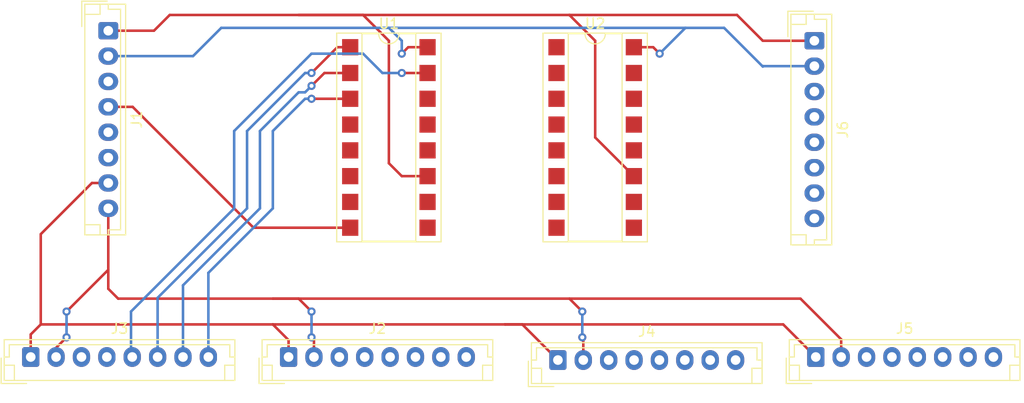
<source format=kicad_pcb>
(kicad_pcb (version 20211014) (generator pcbnew)
  (layers (0 "F.Cu" signal) (31 "B.Cu" signal) (34 "B.Paste" user) (35 "F.Paste" user) (36 "B.SilkS" user "B.Silkscreen") (37 "F.SilkS" user "F.Silkscreen") (38 "B.Mask" user) (39 "F.Mask" user) (44 "Edge.Cuts" user))
  (net 0 "")
  (net 1 "/CLK")
  (net 2 "/VCC")
  (net 3 "/SER")
  (net 4 "/GND")
  (net 9 "Net-(J2-Pad5)")
  (net 10 "Net-(J2-Pad6)")
  (net 11 "Net-(J2-Pad7)")
  (net 12 "Net-(J2-Pad8)")
  (net 15 "Net-(J3-Pad5)")
  (net 16 "Net-(J3-Pad6)")
  (net 17 "Net-(J3-Pad7)")
  (net 18 "Net-(J3-Pad8)")
  (net 21 "Net-(J4-Pad5)")
  (net 22 "Net-(J4-Pad6)")
  (net 23 "Net-(J4-Pad7)")
  (net 24 "Net-(J4-Pad8)")
  (net 27 "Net-(J5-Pad5)")
  (net 28 "Net-(J5-Pad6)")
  (net 29 "Net-(J5-Pad7)")
  (net 30 "Net-(J5-Pad8)")
  (net 33 "Net-(U1-Pad9)")
  (net 40 "/GNDM")
  (net 41 "/VCCM")
  (footprint "Package_DIP:DIP-16_W7.62mm_SMDSocket_SmallPads" (layer "F.Cu") (at 63.5 33.655)
    (fp_text reference "U1" (at 0 -11.22) (layer "F.SilkS"))
    (fp_text value "74HC595")
    (fp_line (start 2.65 10.22) (end 2.65 -10.22) (layer "F.SilkS") (width 0.12))
    (fp_line (start -2.65 10.22) (end 2.65 10.22) (layer "F.SilkS") (width 0.12))
    (fp_line (start -1 -10.22) (end -2.65 -10.22) (layer "F.SilkS") (width 0.12))
    (fp_line (start -5.14 10.28) (end 5.14 10.28) (layer "F.SilkS") (width 0.12))
    (fp_line (start -2.65 -10.22) (end -2.65 10.22) (layer "F.SilkS") (width 0.12))
    (fp_line (start 5.14 10.28) (end 5.14 -10.28) (layer "F.SilkS") (width 0.12))
    (fp_line (start -5.14 -10.28) (end -5.14 10.28) (layer "F.SilkS") (width 0.12))
    (fp_line (start 2.65 -10.22) (end 1 -10.22) (layer "F.SilkS") (width 0.12))
    (fp_line (start 5.14 -10.28) (end -5.14 -10.28) (layer "F.SilkS") (width 0.12))
    (fp_arc (start 1 -10.22) (mid 0 -9.22) (end -1 -10.22) (layer "F.SilkS") (width 0.12))
    (pad "1" smd rect (at -3.81 -8.89) (size 1.6 1.6) (layers "F.Cu" "F.Paste" "F.Mask") (net 16 "Net-(J3-Pad6)"))
    (pad "2" smd rect (at -3.81 -6.35) (size 1.6 1.6) (layers "F.Cu" "F.Paste" "F.Mask") (net 17 "Net-(J3-Pad7)"))
    (pad "3" smd rect (at -3.81 -3.81) (size 1.6 1.6) (layers "F.Cu" "F.Paste" "F.Mask") (net 18 "Net-(J3-Pad8)"))
    (pad "4" smd rect (at -3.81 -1.27) (size 1.6 1.6) (layers "F.Cu" "F.Paste" "F.Mask") (net 9 "Net-(J2-Pad5)"))
    (pad "5" smd rect (at -3.81 1.27) (size 1.6 1.6) (layers "F.Cu" "F.Paste" "F.Mask") (net 10 "Net-(J2-Pad6)"))
    (pad "6" smd rect (at -3.81 3.81) (size 1.6 1.6) (layers "F.Cu" "F.Paste" "F.Mask") (net 11 "Net-(J2-Pad7)"))
    (pad "7" smd rect (at -3.81 6.35) (size 1.6 1.6) (layers "F.Cu" "F.Paste" "F.Mask") (net 12 "Net-(J2-Pad8)"))
    (pad "8" smd rect (at -3.81 8.89) (size 1.6 1.6) (layers "F.Cu" "F.Paste" "F.Mask") (net 4 "/GND"))
    (pad "9" smd rect (at 3.81 8.89) (size 1.6 1.6) (layers "F.Cu" "F.Paste" "F.Mask") (net 33 "Net-(U1-Pad9)"))
    (pad "10" smd rect (at 3.81 6.35) (size 1.6 1.6) (layers "F.Cu" "F.Paste" "F.Mask"))
    (pad "11" smd rect (at 3.81 3.81) (size 1.6 1.6) (layers "F.Cu" "F.Paste" "F.Mask") (net 1 "/CLK"))
    (pad "12" smd rect (at 3.81 1.27) (size 1.6 1.6) (layers "F.Cu" "F.Paste" "F.Mask"))
    (pad "13" smd rect (at 3.81 -1.27) (size 1.6 1.6) (layers "F.Cu" "F.Paste" "F.Mask"))
    (pad "14" smd rect (at 3.81 -3.81) (size 1.6 1.6) (layers "F.Cu" "F.Paste" "F.Mask") (net 3 "/SER"))
    (pad "15" smd rect (at 3.81 -6.35) (size 1.6 1.6) (layers "F.Cu" "F.Paste" "F.Mask") (net 15 "Net-(J3-Pad5)"))
    (pad "16" smd rect (at 3.81 -8.89) (size 1.6 1.6) (layers "F.Cu" "F.Paste" "F.Mask") (net 2 "/VCC"))
  )
  (footprint "Connector_JST:JST_EH_B8B-EH-A_1x08_P2.50mm_Vertical" (layer "F.Cu") (at 35.86 23.14 -90)
    (fp_text reference "J1" (at 8.75 -2.8 90) (layer "F.SilkS"))
    (fp_text value "Conn_01x08_Male")
    (fp_line (start -2.61 -1.71) (end -2.61 2.31) (layer "F.SilkS") (width 0.12))
    (fp_line (start -2.61 2.31) (end 20.11 2.31) (layer "F.SilkS") (width 0.12))
    (fp_line (start 19.61 -1.21) (end 19.61 0) (layer "F.SilkS") (width 0.12))
    (fp_line (start -2.61 0.81) (end -1.61 0.81) (layer "F.SilkS") (width 0.12))
    (fp_line (start 20.11 -1.71) (end -2.61 -1.71) (layer "F.SilkS") (width 0.12))
    (fp_line (start -2.11 -1.21) (end 19.61 -1.21) (layer "F.SilkS") (width 0.12))
    (fp_line (start -2.91 0.11) (end -2.91 2.61) (layer "F.SilkS") (width 0.12))
    (fp_line (start 20.11 0.81) (end 19.11 0.81) (layer "F.SilkS") (width 0.12))
    (fp_line (start -2.11 0) (end -2.11 -1.21) (layer "F.SilkS") (width 0.12))
    (fp_line (start -2.91 2.61) (end -0.41 2.61) (layer "F.SilkS") (width 0.12))
    (fp_line (start 19.61 0) (end 20.11 0) (layer "F.SilkS") (width 0.12))
    (fp_line (start -2.61 0) (end -2.11 0) (layer "F.SilkS") (width 0.12))
    (fp_line (start -1.61 0.81) (end -1.61 2.31) (layer "F.SilkS") (width 0.12))
    (fp_line (start 20.11 2.31) (end 20.11 -1.71) (layer "F.SilkS") (width 0.12))
    (fp_line (start 19.11 0.81) (end 19.11 2.31) (layer "F.SilkS") (width 0.12))
    (pad "1" thru_hole roundrect (at 0 0 270) (size 1.7 1.95) (drill 0.95) (layers *.Cu *.Mask) (roundrect_rratio 0.147059) (net 1 "/CLK"))
    (pad "2" thru_hole oval (at 2.5 0 270) (size 1.7 1.95) (drill 0.95) (layers *.Cu *.Mask) (net 2 "/VCC"))
    (pad "3" thru_hole oval (at 5 0 270) (size 1.7 1.95) (drill 0.95) (layers *.Cu *.Mask) (net 3 "/SER"))
    (pad "4" thru_hole oval (at 7.5 0 270) (size 1.7 1.95) (drill 0.95) (layers *.Cu *.Mask) (net 4 "/GND"))
    (pad "5" thru_hole oval (at 10 0 270) (size 1.7 1.95) (drill 0.95) (layers *.Cu *.Mask))
    (pad "6" thru_hole oval (at 12.5 0 270) (size 1.7 1.95) (drill 0.95) (layers *.Cu *.Mask))
    (pad "7" thru_hole oval (at 15 0 270) (size 1.7 1.95) (drill 0.95) (layers *.Cu *.Mask) (net 41 "/VCCM"))
    (pad "8" thru_hole oval (at 17.5 0 270) (size 1.7 1.95) (drill 0.95) (layers *.Cu *.Mask) (net 40 "/GNDM"))
  )
  (footprint "Connector_JST:JST_EH_B8B-EH-A_1x08_P2.50mm_Vertical" (layer "F.Cu") (at 105.41 24.13 -90)
    (fp_text reference "J6" (at 8.75 -2.8 90) (layer "F.SilkS"))
    (fp_text value "Conn_01x08_Male")
    (fp_line (start -2.11 -1.21) (end 19.61 -1.21) (layer "F.SilkS") (width 0.12))
    (fp_line (start -1.61 0.81) (end -1.61 2.31) (layer "F.SilkS") (width 0.12))
    (fp_line (start 19.61 -1.21) (end 19.61 0) (layer "F.SilkS") (width 0.12))
    (fp_line (start 19.61 0) (end 20.11 0) (layer "F.SilkS") (width 0.12))
    (fp_line (start 20.11 0.81) (end 19.11 0.81) (layer "F.SilkS") (width 0.12))
    (fp_line (start -2.91 2.61) (end -0.41 2.61) (layer "F.SilkS") (width 0.12))
    (fp_line (start -2.61 -1.71) (end -2.61 2.31) (layer "F.SilkS") (width 0.12))
    (fp_line (start 20.11 2.31) (end 20.11 -1.71) (layer "F.SilkS") (width 0.12))
    (fp_line (start -2.61 0.81) (end -1.61 0.81) (layer "F.SilkS") (width 0.12))
    (fp_line (start 19.11 0.81) (end 19.11 2.31) (layer "F.SilkS") (width 0.12))
    (fp_line (start -2.61 0) (end -2.11 0) (layer "F.SilkS") (width 0.12))
    (fp_line (start -2.61 2.31) (end 20.11 2.31) (layer "F.SilkS") (width 0.12))
    (fp_line (start -2.91 0.11) (end -2.91 2.61) (layer "F.SilkS") (width 0.12))
    (fp_line (start 20.11 -1.71) (end -2.61 -1.71) (layer "F.SilkS") (width 0.12))
    (fp_line (start -2.11 0) (end -2.11 -1.21) (layer "F.SilkS") (width 0.12))
    (pad "1" thru_hole roundrect (at 0 0 270) (size 1.7 1.95) (drill 0.95) (layers *.Cu *.Mask) (roundrect_rratio 0.147059) (net 1 "/CLK"))
    (pad "2" thru_hole oval (at 2.5 0 270) (size 1.7 1.95) (drill 0.95) (layers *.Cu *.Mask) (net 2 "/VCC"))
    (pad "3" thru_hole oval (at 5 0 270) (size 1.7 1.95) (drill 0.95) (layers *.Cu *.Mask) (net 3 "/SER"))
    (pad "4" thru_hole oval (at 7.5 0 270) (size 1.7 1.95) (drill 0.95) (layers *.Cu *.Mask) (net 4 "/GND"))
    (pad "5" thru_hole oval (at 10 0 270) (size 1.7 1.95) (drill 0.95) (layers *.Cu *.Mask))
    (pad "6" thru_hole oval (at 12.5 0 270) (size 1.7 1.95) (drill 0.95) (layers *.Cu *.Mask))
    (pad "7" thru_hole oval (at 15 0 270) (size 1.7 1.95) (drill 0.95) (layers *.Cu *.Mask) (net 41 "/VCCM"))
    (pad "8" thru_hole oval (at 17.5 0 270) (size 1.7 1.95) (drill 0.95) (layers *.Cu *.Mask) (net 40 "/GNDM"))
  )
  (footprint "Connector_JST:JST_EH_B8B-EH-A_1x08_P2.50mm_Vertical" (layer "F.Cu") (at 105.55 55.28)
    (fp_text reference "J5" (at 8.75 -2.8) (layer "F.SilkS"))
    (fp_text value "Bit")
    (fp_line (start -1.61 0.81) (end -1.61 2.31) (layer "F.SilkS") (width 0.12))
    (fp_line (start -2.61 2.31) (end 20.11 2.31) (layer "F.SilkS") (width 0.12))
    (fp_line (start -2.91 2.61) (end -0.41 2.61) (layer "F.SilkS") (width 0.12))
    (fp_line (start -2.11 -1.21) (end 19.61 -1.21) (layer "F.SilkS") (width 0.12))
    (fp_line (start 19.61 -1.21) (end 19.61 0) (layer "F.SilkS") (width 0.12))
    (fp_line (start 19.61 0) (end 20.11 0) (layer "F.SilkS") (width 0.12))
    (fp_line (start 20.11 -1.71) (end -2.61 -1.71) (layer "F.SilkS") (width 0.12))
    (fp_line (start -2.11 0) (end -2.11 -1.21) (layer "F.SilkS") (width 0.12))
    (fp_line (start 20.11 2.31) (end 20.11 -1.71) (layer "F.SilkS") (width 0.12))
    (fp_line (start -2.91 0.11) (end -2.91 2.61) (layer "F.SilkS") (width 0.12))
    (fp_line (start 20.11 0.81) (end 19.11 0.81) (layer "F.SilkS") (width 0.12))
    (fp_line (start -2.61 0.81) (end -1.61 0.81) (layer "F.SilkS") (width 0.12))
    (fp_line (start -2.61 -1.71) (end -2.61 2.31) (layer "F.SilkS") (width 0.12))
    (fp_line (start 19.11 0.81) (end 19.11 2.31) (layer "F.SilkS") (width 0.12))
    (fp_line (start -2.61 0) (end -2.11 0) (layer "F.SilkS") (width 0.12))
    (pad "1" thru_hole roundrect (at 0 0) (size 1.7 1.95) (drill 0.95) (layers *.Cu *.Mask) (roundrect_rratio 0.147059) (net 41 "/VCCM"))
    (pad "2" thru_hole oval (at 2.5 0) (size 1.7 1.95) (drill 0.95) (layers *.Cu *.Mask) (net 40 "/GNDM"))
    (pad "3" thru_hole oval (at 5 0) (size 1.7 1.95) (drill 0.95) (layers *.Cu *.Mask))
    (pad "4" thru_hole oval (at 7.5 0) (size 1.7 1.95) (drill 0.95) (layers *.Cu *.Mask))
    (pad "5" thru_hole oval (at 10 0) (size 1.7 1.95) (drill 0.95) (layers *.Cu *.Mask) (net 27 "Net-(J5-Pad5)"))
    (pad "6" thru_hole oval (at 12.5 0) (size 1.7 1.95) (drill 0.95) (layers *.Cu *.Mask) (net 28 "Net-(J5-Pad6)"))
    (pad "7" thru_hole oval (at 15 0) (size 1.7 1.95) (drill 0.95) (layers *.Cu *.Mask) (net 29 "Net-(J5-Pad7)"))
    (pad "8" thru_hole oval (at 17.5 0) (size 1.7 1.95) (drill 0.95) (layers *.Cu *.Mask) (net 30 "Net-(J5-Pad8)"))
  )
  (footprint "Package_DIP:DIP-16_W7.62mm_SMDSocket_SmallPads" (layer "F.Cu") (at 83.82 33.655)
    (fp_text reference "U2" (at 0 -11.22) (layer "F.SilkS"))
    (fp_text value "74HC595")
    (fp_line (start 5.14 -10.28) (end -5.14 -10.28) (layer "F.SilkS") (width 0.12))
    (fp_line (start -1 -10.22) (end -2.65 -10.22) (layer "F.SilkS") (width 0.12))
    (fp_line (start -5.14 -10.28) (end -5.14 10.28) (layer "F.SilkS") (width 0.12))
    (fp_line (start -5.14 10.28) (end 5.14 10.28) (layer "F.SilkS") (width 0.12))
    (fp_line (start 2.65 -10.22) (end 1 -10.22) (layer "F.SilkS") (width 0.12))
    (fp_line (start 2.65 10.22) (end 2.65 -10.22) (layer "F.SilkS") (width 0.12))
    (fp_line (start -2.65 -10.22) (end -2.65 10.22) (layer "F.SilkS") (width 0.12))
    (fp_line (start -2.65 10.22) (end 2.65 10.22) (layer "F.SilkS") (width 0.12))
    (fp_line (start 5.14 10.28) (end 5.14 -10.28) (layer "F.SilkS") (width 0.12))
    (fp_arc (start 1 -10.22) (mid 0 -9.22) (end -1 -10.22) (layer "F.SilkS") (width 0.12))
    (pad "1" smd rect (at -3.81 -8.89) (size 1.6 1.6) (layers "F.Cu" "F.Paste" "F.Mask") (net 28 "Net-(J5-Pad6)"))
    (pad "2" smd rect (at -3.81 -6.35) (size 1.6 1.6) (layers "F.Cu" "F.Paste" "F.Mask") (net 29 "Net-(J5-Pad7)"))
    (pad "3" smd rect (at -3.81 -3.81) (size 1.6 1.6) (layers "F.Cu" "F.Paste" "F.Mask") (net 30 "Net-(J5-Pad8)"))
    (pad "4" smd rect (at -3.81 -1.27) (size 1.6 1.6) (layers "F.Cu" "F.Paste" "F.Mask") (net 21 "Net-(J4-Pad5)"))
    (pad "5" smd rect (at -3.81 1.27) (size 1.6 1.6) (layers "F.Cu" "F.Paste" "F.Mask") (net 22 "Net-(J4-Pad6)"))
    (pad "6" smd rect (at -3.81 3.81) (size 1.6 1.6) (layers "F.Cu" "F.Paste" "F.Mask") (net 23 "Net-(J4-Pad7)"))
    (pad "7" smd rect (at -3.81 6.35) (size 1.6 1.6) (layers "F.Cu" "F.Paste" "F.Mask") (net 24 "Net-(J4-Pad8)"))
    (pad "8" smd rect (at -3.81 8.89) (size 1.6 1.6) (layers "F.Cu" "F.Paste" "F.Mask") (net 4 "/GND"))
    (pad "9" smd rect (at 3.81 8.89) (size 1.6 1.6) (layers "F.Cu" "F.Paste" "F.Mask") (net 3 "/SER"))
    (pad "10" smd rect (at 3.81 6.35) (size 1.6 1.6) (layers "F.Cu" "F.Paste" "F.Mask"))
    (pad "11" smd rect (at 3.81 3.81) (size 1.6 1.6) (layers "F.Cu" "F.Paste" "F.Mask") (net 1 "/CLK"))
    (pad "12" smd rect (at 3.81 1.27) (size 1.6 1.6) (layers "F.Cu" "F.Paste" "F.Mask"))
    (pad "13" smd rect (at 3.81 -1.27) (size 1.6 1.6) (layers "F.Cu" "F.Paste" "F.Mask"))
    (pad "14" smd rect (at 3.81 -3.81) (size 1.6 1.6) (layers "F.Cu" "F.Paste" "F.Mask") (net 33 "Net-(U1-Pad9)"))
    (pad "15" smd rect (at 3.81 -6.35) (size 1.6 1.6) (layers "F.Cu" "F.Paste" "F.Mask") (net 27 "Net-(J5-Pad5)"))
    (pad "16" smd rect (at 3.81 -8.89) (size 1.6 1.6) (layers "F.Cu" "F.Paste" "F.Mask") (net 2 "/VCC"))
  )
  (footprint "Connector_JST:JST_EH_B8B-EH-A_1x08_P2.50mm_Vertical" (layer "F.Cu") (at 28.22 55.28)
    (fp_text reference "J3" (at 8.75 -2.8) (layer "F.SilkS"))
    (fp_text value "Bit")
    (fp_line (start 19.61 -1.21) (end 19.61 0) (layer "F.SilkS") (width 0.12))
    (fp_line (start -2.11 0) (end -2.11 -1.21) (layer "F.SilkS") (width 0.12))
    (fp_line (start -2.11 -1.21) (end 19.61 -1.21) (layer "F.SilkS") (width 0.12))
    (fp_line (start -2.91 0.11) (end -2.91 2.61) (layer "F.SilkS") (width 0.12))
    (fp_line (start -2.61 0) (end -2.11 0) (layer "F.SilkS") (width 0.12))
    (fp_line (start -2.61 -1.71) (end -2.61 2.31) (layer "F.SilkS") (width 0.12))
    (fp_line (start 20.11 0.81) (end 19.11 0.81) (layer "F.SilkS") (width 0.12))
    (fp_line (start -2.61 2.31) (end 20.11 2.31) (layer "F.SilkS") (width 0.12))
    (fp_line (start 20.11 -1.71) (end -2.61 -1.71) (layer "F.SilkS") (width 0.12))
    (fp_line (start -2.61 0.81) (end -1.61 0.81) (layer "F.SilkS") (width 0.12))
    (fp_line (start 20.11 2.31) (end 20.11 -1.71) (layer "F.SilkS") (width 0.12))
    (fp_line (start 19.61 0) (end 20.11 0) (layer "F.SilkS") (width 0.12))
    (fp_line (start -2.91 2.61) (end -0.41 2.61) (layer "F.SilkS") (width 0.12))
    (fp_line (start 19.11 0.81) (end 19.11 2.31) (layer "F.SilkS") (width 0.12))
    (fp_line (start -1.61 0.81) (end -1.61 2.31) (layer "F.SilkS") (width 0.12))
    (pad "1" thru_hole roundrect (at 0 0) (size 1.7 1.95) (drill 0.95) (layers *.Cu *.Mask) (roundrect_rratio 0.147059) (net 41 "/VCCM"))
    (pad "2" thru_hole oval (at 2.5 0) (size 1.7 1.95) (drill 0.95) (layers *.Cu *.Mask) (net 40 "/GNDM"))
    (pad "3" thru_hole oval (at 5 0) (size 1.7 1.95) (drill 0.95) (layers *.Cu *.Mask))
    (pad "4" thru_hole oval (at 7.5 0) (size 1.7 1.95) (drill 0.95) (layers *.Cu *.Mask))
    (pad "5" thru_hole oval (at 10 0) (size 1.7 1.95) (drill 0.95) (layers *.Cu *.Mask) (net 15 "Net-(J3-Pad5)"))
    (pad "6" thru_hole oval (at 12.5 0) (size 1.7 1.95) (drill 0.95) (layers *.Cu *.Mask) (net 16 "Net-(J3-Pad6)"))
    (pad "7" thru_hole oval (at 15 0) (size 1.7 1.95) (drill 0.95) (layers *.Cu *.Mask) (net 17 "Net-(J3-Pad7)"))
    (pad "8" thru_hole oval (at 17.5 0) (size 1.7 1.95) (drill 0.95) (layers *.Cu *.Mask) (net 18 "Net-(J3-Pad8)"))
  )
  (footprint "Connector_JST:JST_EH_B8B-EH-A_1x08_P2.50mm_Vertical" (layer "F.Cu") (at 80.15 55.58)
    (fp_text reference "J4" (at 8.75 -2.8) (layer "F.SilkS"))
    (fp_text value "Bit")
    (fp_line (start 19.61 -1.21) (end 19.61 0) (layer "F.SilkS") (width 0.12))
    (fp_line (start -2.11 0) (end -2.11 -1.21) (layer "F.SilkS") (width 0.12))
    (fp_line (start 19.11 0.81) (end 19.11 2.31) (layer "F.SilkS") (width 0.12))
    (fp_line (start -2.61 -1.71) (end -2.61 2.31) (layer "F.SilkS") (width 0.12))
    (fp_line (start 20.11 2.31) (end 20.11 -1.71) (layer "F.SilkS") (width 0.12))
    (fp_line (start -2.11 -1.21) (end 19.61 -1.21) (layer "F.SilkS") (width 0.12))
    (fp_line (start 19.61 0) (end 20.11 0) (layer "F.SilkS") (width 0.12))
    (fp_line (start -2.61 0) (end -2.11 0) (layer "F.SilkS") (width 0.12))
    (fp_line (start -2.61 2.31) (end 20.11 2.31) (layer "F.SilkS") (width 0.12))
    (fp_line (start -1.61 0.81) (end -1.61 2.31) (layer "F.SilkS") (width 0.12))
    (fp_line (start -2.91 2.61) (end -0.41 2.61) (layer "F.SilkS") (width 0.12))
    (fp_line (start 20.11 -1.71) (end -2.61 -1.71) (layer "F.SilkS") (width 0.12))
    (fp_line (start 20.11 0.81) (end 19.11 0.81) (layer "F.SilkS") (width 0.12))
    (fp_line (start -2.91 0.11) (end -2.91 2.61) (layer "F.SilkS") (width 0.12))
    (fp_line (start -2.61 0.81) (end -1.61 0.81) (layer "F.SilkS") (width 0.12))
    (pad "1" thru_hole roundrect (at 0 0) (size 1.7 1.95) (drill 0.95) (layers *.Cu *.Mask) (roundrect_rratio 0.147059) (net 41 "/VCCM"))
    (pad "2" thru_hole oval (at 2.5 0) (size 1.7 1.95) (drill 0.95) (layers *.Cu *.Mask) (net 40 "/GNDM"))
    (pad "3" thru_hole oval (at 5 0) (size 1.7 1.95) (drill 0.95) (layers *.Cu *.Mask))
    (pad "4" thru_hole oval (at 7.5 0) (size 1.7 1.95) (drill 0.95) (layers *.Cu *.Mask))
    (pad "5" thru_hole oval (at 10 0) (size 1.7 1.95) (drill 0.95) (layers *.Cu *.Mask) (net 21 "Net-(J4-Pad5)"))
    (pad "6" thru_hole oval (at 12.5 0) (size 1.7 1.95) (drill 0.95) (layers *.Cu *.Mask) (net 22 "Net-(J4-Pad6)"))
    (pad "7" thru_hole oval (at 15 0) (size 1.7 1.95) (drill 0.95) (layers *.Cu *.Mask) (net 23 "Net-(J4-Pad7)"))
    (pad "8" thru_hole oval (at 17.5 0) (size 1.7 1.95) (drill 0.95) (layers *.Cu *.Mask) (net 24 "Net-(J4-Pad8)"))
  )
  (footprint "Connector_JST:JST_EH_B8B-EH-A_1x08_P2.50mm_Vertical" (layer "F.Cu") (at 53.62 55.28)
    (fp_text reference "J2" (at 8.75 -2.8) (layer "F.SilkS"))
    (fp_text value "Bit")
    (fp_line (start 20.11 0.81) (end 19.11 0.81) (layer "F.SilkS") (width 0.12))
    (fp_line (start -2.61 -1.71) (end -2.61 2.31) (layer "F.SilkS") (width 0.12))
    (fp_line (start -2.61 0) (end -2.11 0) (layer "F.SilkS") (width 0.12))
    (fp_line (start -2.11 0) (end -2.11 -1.21) (layer "F.SilkS") (width 0.12))
    (fp_line (start 19.11 0.81) (end 19.11 2.31) (layer "F.SilkS") (width 0.12))
    (fp_line (start -2.61 2.31) (end 20.11 2.31) (layer "F.SilkS") (width 0.12))
    (fp_line (start 19.61 0) (end 20.11 0) (layer "F.SilkS") (width 0.12))
    (fp_line (start -2.11 -1.21) (end 19.61 -1.21) (layer "F.SilkS") (width 0.12))
    (fp_line (start -2.91 0.11) (end -2.91 2.61) (layer "F.SilkS") (width 0.12))
    (fp_line (start 20.11 2.31) (end 20.11 -1.71) (layer "F.SilkS") (width 0.12))
    (fp_line (start -2.61 0.81) (end -1.61 0.81) (layer "F.SilkS") (width 0.12))
    (fp_line (start -2.91 2.61) (end -0.41 2.61) (layer "F.SilkS") (width 0.12))
    (fp_line (start 19.61 -1.21) (end 19.61 0) (layer "F.SilkS") (width 0.12))
    (fp_line (start -1.61 0.81) (end -1.61 2.31) (layer "F.SilkS") (width 0.12))
    (fp_line (start 20.11 -1.71) (end -2.61 -1.71) (layer "F.SilkS") (width 0.12))
    (pad "1" thru_hole roundrect (at 0 0) (size 1.7 1.95) (drill 0.95) (layers *.Cu *.Mask) (roundrect_rratio 0.147059) (net 41 "/VCCM"))
    (pad "2" thru_hole oval (at 2.5 0) (size 1.7 1.95) (drill 0.95) (layers *.Cu *.Mask) (net 40 "/GNDM"))
    (pad "3" thru_hole oval (at 5 0) (size 1.7 1.95) (drill 0.95) (layers *.Cu *.Mask))
    (pad "4" thru_hole oval (at 7.5 0) (size 1.7 1.95) (drill 0.95) (layers *.Cu *.Mask))
    (pad "5" thru_hole oval (at 10 0) (size 1.7 1.95) (drill 0.95) (layers *.Cu *.Mask) (net 9 "Net-(J2-Pad5)"))
    (pad "6" thru_hole oval (at 12.5 0) (size 1.7 1.95) (drill 0.95) (layers *.Cu *.Mask) (net 10 "Net-(J2-Pad6)"))
    (pad "7" thru_hole oval (at 15 0) (size 1.7 1.95) (drill 0.95) (layers *.Cu *.Mask) (net 11 "Net-(J2-Pad7)"))
    (pad "8" thru_hole oval (at 17.5 0) (size 1.7 1.95) (drill 0.95) (layers *.Cu *.Mask) (net 12 "Net-(J2-Pad8)"))
  )
  (segment (start 54.61 21.59) (end 60.96 21.59) (width 0.25) (layer "F.Cu") (net 1))
  (segment (start 63.5 36.195) (end 64.77 37.465) (width 0.25) (layer "F.Cu") (net 1))
  (segment (start 83.82 24.13) (end 83.82 33.655) (width 0.25) (layer "F.Cu") (net 1))
  (segment (start 81.28 21.59) (end 83.82 24.13) (width 0.25) (layer "F.Cu") (net 1))
  (segment (start 60.96 21.59) (end 63.5 24.13) (width 0.25) (layer "F.Cu") (net 1))
  (segment (start 81.28 21.59) (end 97.79 21.59) (width 0.25) (layer "F.Cu") (net 1))
  (segment (start 63.5 24.13) (end 63.5 36.195) (width 0.25) (layer "F.Cu") (net 1))
  (segment (start 83.82 33.655) (end 87.63 37.465) (width 0.25) (layer "F.Cu") (net 1))
  (segment (start 97.79 21.59) (end 100.33 24.13) (width 0.25) (layer "F.Cu") (net 1))
  (segment (start 100.33 24.13) (end 105.41 24.13) (width 0.25) (layer "F.Cu") (net 1))
  (segment (start 35.86 23.14) (end 40.36 23.14) (width 0.25) (layer "F.Cu") (net 1))
  (segment (start 41.91 21.59) (end 81.28 21.59) (width 0.25) (layer "F.Cu") (net 1))
  (segment (start 64.77 37.465) (end 67.31 37.465) (width 0.25) (layer "F.Cu") (net 1))
  (segment (start 40.36 23.14) (end 41.91 21.59) (width 0.25) (layer "F.Cu") (net 1))
  (segment (start 90.17 25.4) (end 89.535 24.765) (width 0.25) (layer "F.Cu") (net 2))
  (segment (start 65.405 24.765) (end 67.31 24.765) (width 0.25) (layer "F.Cu") (net 2))
  (segment (start 89.535 24.765) (end 87.63 24.765) (width 0.25) (layer "F.Cu") (net 2))
  (segment (start 64.77 25.4) (end 65.405 24.765) (width 0.25) (layer "F.Cu") (net 2))
  (via (at 90.17 25.4) (size 0.8) (drill 0.4) (layers "F.Cu" "B.Cu") (net 2))
  (via (at 64.77 25.4) (size 0.8) (drill 0.4) (layers "F.Cu" "B.Cu") (net 2))
  (segment (start 100.33 26.67) (end 100.37 26.63) (width 0.25) (layer "B.Cu") (net 2))
  (segment (start 35.86 25.64) (end 44.21 25.64) (width 0.25) (layer "B.Cu") (net 2))
  (segment (start 100.37 26.63) (end 105.41 26.63) (width 0.25) (layer "B.Cu") (net 2))
  (segment (start 46.99 22.86) (end 63.5 22.86) (width 0.25) (layer "B.Cu") (net 2))
  (segment (start 44.21 25.64) (end 46.99 22.86) (width 0.25) (layer "B.Cu") (net 2))
  (segment (start 92.71 22.86) (end 90.17 25.4) (width 0.25) (layer "B.Cu") (net 2))
  (segment (start 64.77 24.13) (end 64.77 25.4) (width 0.25) (layer "B.Cu") (net 2))
  (segment (start 96.52 22.86) (end 100.33 26.67) (width 0.25) (layer "B.Cu") (net 2))
  (segment (start 63.5 22.86) (end 64.77 24.13) (width 0.25) (layer "B.Cu") (net 2))
  (segment (start 92.71 22.86) (end 96.52 22.86) (width 0.25) (layer "B.Cu") (net 2))
  (segment (start 63.5 22.86) (end 92.71 22.86) (width 0.25) (layer "B.Cu") (net 2))
  (segment (start 50.165 42.545) (end 59.69 42.545) (width 0.25) (layer "F.Cu") (net 4))
  (segment (start 35.86 30.64) (end 38.26 30.64) (width 0.25) (layer "F.Cu") (net 4))
  (segment (start 38.26 30.64) (end 50.165 42.545) (width 0.25) (layer "F.Cu") (net 4))
  (segment (start 64.77 27.305) (end 67.31 27.305) (width 0.25) (layer "F.Cu") (net 15))
  (via (at 64.77 27.305) (size 0.8) (drill 0.4) (layers "F.Cu" "B.Cu") (net 15))
  (segment (start 38.1 50.8) (end 38.1 55.16) (width 0.25) (layer "B.Cu") (net 15))
  (segment (start 64.77 27.305) (end 62.865 27.305) (width 0.25) (layer "B.Cu") (net 15))
  (segment (start 48.26 40.64) (end 38.1 50.8) (width 0.25) (layer "B.Cu") (net 15))
  (segment (start 62.865 27.305) (end 60.96 25.4) (width 0.25) (layer "B.Cu") (net 15))
  (segment (start 60.96 25.4) (end 55.879283 25.4) (width 0.25) (layer "B.Cu") (net 15))
  (segment (start 55.879283 25.4) (end 54.79548 26.483803) (width 0.25) (layer "B.Cu") (net 15))
  (segment (start 54.79548 26.483803) (end 54.79548 26.48452) (width 0.25) (layer "B.Cu") (net 15))
  (segment (start 38.1 55.16) (end 38.22 55.28) (width 0.25) (layer "B.Cu") (net 15))
  (segment (start 48.26 33.02) (end 48.26 40.64) (width 0.25) (layer "B.Cu") (net 15))
  (segment (start 54.79548 26.48452) (end 48.26 33.02) (width 0.25) (layer "B.Cu") (net 15))
  (segment (start 55.88 27.305) (end 58.42 24.765) (width 0.25) (layer "F.Cu") (net 16))
  (segment (start 58.42 24.765) (end 59.69 24.765) (width 0.25) (layer "F.Cu") (net 16))
  (via (at 55.88 27.305) (size 0.8) (drill 0.4) (layers "F.Cu" "B.Cu") (net 16))
  (segment (start 49.53 40.64) (end 40.72 49.45) (width 0.25) (layer "B.Cu") (net 16))
  (segment (start 55.88 27.305) (end 55.245 27.305) (width 0.25) (layer "B.Cu") (net 16))
  (segment (start 55.245 27.305) (end 49.53 33.02) (width 0.25) (layer "B.Cu") (net 16))
  (segment (start 40.72 49.45) (end 40.72 55.28) (width 0.25) (layer "B.Cu") (net 16))
  (segment (start 49.53 33.02) (end 49.53 40.64) (width 0.25) (layer "B.Cu") (net 16))
  (segment (start 57.15 27.305) (end 59.69 27.305) (width 0.25) (layer "F.Cu") (net 17))
  (segment (start 55.88 28.575) (end 57.15 27.305) (width 0.25) (layer "F.Cu") (net 17))
  (via (at 55.88 28.575) (size 0.8) (drill 0.4) (layers "F.Cu" "B.Cu") (net 17))
  (segment (start 55.88 28.575) (end 55.245 29.21) (width 0.25) (layer "B.Cu") (net 17))
  (segment (start 50.8 33.02) (end 50.8 40.64) (width 0.25) (layer "B.Cu") (net 17))
  (segment (start 55.245 29.21) (end 54.61 29.21) (width 0.25) (layer "B.Cu") (net 17))
  (segment (start 54.61 29.21) (end 50.8 33.02) (width 0.25) (layer "B.Cu") (net 17))
  (segment (start 50.8 40.64) (end 43.22 48.22) (width 0.25) (layer "B.Cu") (net 17))
  (segment (start 43.22 48.22) (end 43.22 55.28) (width 0.25) (layer "B.Cu") (net 17))
  (segment (start 55.88 29.845) (end 59.69 29.845) (width 0.25) (layer "F.Cu") (net 18))
  (via (at 55.88 29.845) (size 0.8) (drill 0.4) (layers "F.Cu" "B.Cu") (net 18))
  (segment (start 55.245 29.845) (end 52.07 33.02) (width 0.25) (layer "B.Cu") (net 18))
  (segment (start 52.07 40.64) (end 45.72 46.99) (width 0.25) (layer "B.Cu") (net 18))
  (segment (start 55.88 29.845) (end 55.245 29.845) (width 0.25) (layer "B.Cu") (net 18))
  (segment (start 52.07 33.02) (end 52.07 40.64) (width 0.25) (layer "B.Cu") (net 18))
  (segment (start 45.72 46.99) (end 45.72 55.28) (width 0.25) (layer "B.Cu") (net 18))
  (segment (start 81.28 49.53) (end 104.04 49.53) (width 0.25) (layer "F.Cu") (net 40))
  (segment (start 36.83 49.53) (end 52.07 49.53) (width 0.25) (layer "F.Cu") (net 40))
  (segment (start 81.28 49.53) (end 52.07 49.53) (width 0.25) (layer "F.Cu") (net 40))
  (segment (start 82.65 55.58) (end 82.65 53.44) (width 0.25) (layer "F.Cu") (net 40))
  (segment (start 104.04 49.53) (end 108.05 53.54) (width 0.25) (layer "F.Cu") (net 40))
  (segment (start 56.12 55.28) (end 56.12 53.58) (width 0.25) (layer "F.Cu") (net 40))
  (segment (start 35.86 46.69) (end 35.86 48.56) (width 0.25) (layer "F.Cu") (net 40))
  (segment (start 82.55 50.8) (end 81.28 49.53) (width 0.25) (layer "F.Cu") (net 40))
  (segment (start 31.75 50.8) (end 35.86 46.69) (width 0.25) (layer "F.Cu") (net 40))
  (segment (start 82.65 53.44) (end 82.55 53.34) (width 0.25) (layer "F.Cu") (net 40))
  (segment (start 54.61 49.53) (end 52.07 49.53) (width 0.25) (layer "F.Cu") (net 40))
  (segment (start 30.72 54.37) (end 31.75 53.34) (width 0.25) (layer "F.Cu") (net 40))
  (segment (start 35.86 46.69) (end 35.86 40.64) (width 0.25) (layer "F.Cu") (net 40))
  (segment (start 56.12 53.58) (end 55.88 53.34) (width 0.25) (layer "F.Cu") (net 40))
  (segment (start 55.88 50.8) (end 54.61 49.53) (width 0.25) (layer "F.Cu") (net 40))
  (segment (start 31.85 53.44) (end 31.75 53.34) (width 0.25) (layer "F.Cu") (net 40))
  (segment (start 108.05 53.54) (end 108.05 55.28) (width 0.25) (layer "F.Cu") (net 40))
  (segment (start 35.86 48.56) (end 36.83 49.53) (width 0.25) (layer "F.Cu") (net 40))
  (segment (start 30.72 55.28) (end 30.72 54.37) (width 0.25) (layer "F.Cu") (net 40))
  (via (at 55.88 53.34) (size 0.8) (drill 0.4) (layers "F.Cu" "B.Cu") (net 40))
  (via (at 82.55 50.8) (size 0.8) (drill 0.4) (layers "F.Cu" "B.Cu") (net 40))
  (via (at 55.88 50.8) (size 0.8) (drill 0.4) (layers "F.Cu" "B.Cu") (net 40))
  (via (at 31.75 50.8) (size 0.8) (drill 0.4) (layers "F.Cu" "B.Cu") (net 40))
  (via (at 31.75 53.34) (size 0.8) (drill 0.4) (layers "F.Cu" "B.Cu") (net 40))
  (via (at 82.55 53.34) (size 0.8) (drill 0.4) (layers "F.Cu" "B.Cu") (net 40))
  (segment (start 82.55 53.34) (end 82.55 50.8) (width 0.25) (layer "B.Cu") (net 40))
  (segment (start 55.88 53.34) (end 55.88 50.8) (width 0.25) (layer "B.Cu") (net 40))
  (segment (start 31.75 53.34) (end 31.75 50.8) (width 0.25) (layer "B.Cu") (net 40))
  (segment (start 29.21 52.07) (end 29.21 43.18) (width 0.25) (layer "F.Cu") (net 41))
  (segment (start 52.07 52.07) (end 29.21 52.07) (width 0.25) (layer "F.Cu") (net 41))
  (segment (start 76.64 52.07) (end 74.93 52.07) (width 0.25) (layer "F.Cu") (net 41))
  (segment (start 80.15 55.58) (end 76.64 52.07) (width 0.25) (layer "F.Cu") (net 41))
  (segment (start 53.62 53.62) (end 52.07 52.07) (width 0.25) (layer "F.Cu") (net 41))
  (segment (start 29.21 52.07) (end 28.22 53.06) (width 0.25) (layer "F.Cu") (net 41))
  (segment (start 34.25 38.14) (end 35.86 38.14) (width 0.25) (layer "F.Cu") (net 41))
  (segment (start 105.55 55.28) (end 102.34 52.07) (width 0.25) (layer "F.Cu") (net 41))
  (segment (start 28.22 53.06) (end 28.22 55.28) (width 0.25) (layer "F.Cu") (net 41))
  (segment (start 102.34 52.07) (end 74.93 52.07) (width 0.25) (layer "F.Cu") (net 41))
  (segment (start 29.21 43.18) (end 34.25 38.14) (width 0.25) (layer "F.Cu") (net 41))
  (segment (start 74.93 52.07) (end 52.07 52.07) (width 0.25) (layer "F.Cu") (net 41))
  (segment (start 53.62 55.28) (end 53.62 53.62) (width 0.25) (layer "F.Cu") (net 41))
)
</source>
